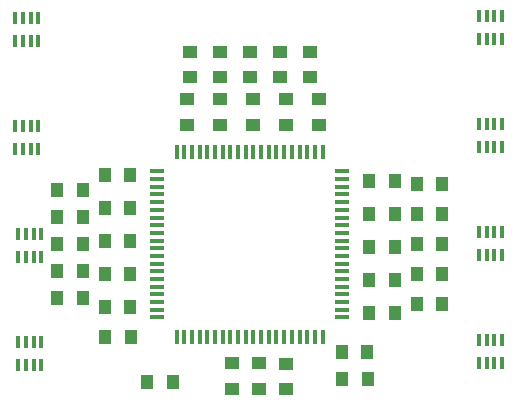
<source format=gtp>
G75*
%MOIN*%
%OFA0B0*%
%FSLAX25Y25*%
%IPPOS*%
%LPD*%
%AMOC8*
5,1,8,0,0,1.08239X$1,22.5*
%
%ADD10R,0.05000X0.04000*%
%ADD11R,0.04000X0.05000*%
%ADD12R,0.01378X0.05118*%
%ADD13R,0.05118X0.01378*%
%ADD14R,0.01800X0.04000*%
D10*
X0101500Y0017220D03*
X0101500Y0025819D03*
X0110500Y0025819D03*
X0119500Y0025780D03*
X0119500Y0017181D03*
X0110500Y0017220D03*
X0108500Y0105220D03*
X0108500Y0113819D03*
X0107500Y0121181D03*
X0097500Y0121181D03*
X0097500Y0113819D03*
X0097500Y0105220D03*
X0086500Y0105220D03*
X0086500Y0113819D03*
X0087500Y0121181D03*
X0087500Y0129780D03*
X0097500Y0129780D03*
X0107500Y0129780D03*
X0117500Y0129780D03*
X0127500Y0129780D03*
X0127500Y0121181D03*
X0130500Y0113819D03*
X0130500Y0105220D03*
X0119500Y0105220D03*
X0119500Y0113819D03*
X0117500Y0121181D03*
D11*
X0147220Y0086500D03*
X0155819Y0086500D03*
X0163181Y0085500D03*
X0171780Y0085500D03*
X0171780Y0075500D03*
X0163181Y0075500D03*
X0155819Y0075500D03*
X0147220Y0075500D03*
X0147220Y0064500D03*
X0155819Y0064500D03*
X0163181Y0065500D03*
X0171780Y0065500D03*
X0171780Y0055500D03*
X0163181Y0055500D03*
X0155819Y0053500D03*
X0147220Y0053500D03*
X0147220Y0042500D03*
X0155819Y0042500D03*
X0163181Y0045500D03*
X0171780Y0045500D03*
X0146780Y0029500D03*
X0138181Y0029500D03*
X0138220Y0020500D03*
X0146819Y0020500D03*
X0081819Y0019500D03*
X0073220Y0019500D03*
X0067819Y0034500D03*
X0059220Y0034500D03*
X0059181Y0044500D03*
X0051819Y0047500D03*
X0043220Y0047500D03*
X0043220Y0056500D03*
X0051819Y0056500D03*
X0059181Y0055500D03*
X0067780Y0055500D03*
X0067780Y0066500D03*
X0059181Y0066500D03*
X0051819Y0065500D03*
X0043220Y0065500D03*
X0043220Y0074500D03*
X0051819Y0074500D03*
X0059181Y0077500D03*
X0067780Y0077500D03*
X0067780Y0088500D03*
X0059181Y0088500D03*
X0051819Y0083500D03*
X0043220Y0083500D03*
X0067780Y0044500D03*
D12*
X0083189Y0034791D03*
X0085748Y0034791D03*
X0088307Y0034791D03*
X0090866Y0034791D03*
X0093425Y0034791D03*
X0095984Y0034791D03*
X0098543Y0034791D03*
X0101102Y0034791D03*
X0103661Y0034791D03*
X0106220Y0034791D03*
X0108780Y0034791D03*
X0111339Y0034791D03*
X0113898Y0034791D03*
X0116457Y0034791D03*
X0119016Y0034791D03*
X0121575Y0034791D03*
X0124134Y0034791D03*
X0126693Y0034791D03*
X0129252Y0034791D03*
X0131811Y0034791D03*
X0131811Y0096209D03*
X0129252Y0096209D03*
X0126693Y0096209D03*
X0124134Y0096209D03*
X0121575Y0096209D03*
X0119016Y0096209D03*
X0116457Y0096209D03*
X0113898Y0096209D03*
X0111339Y0096209D03*
X0108780Y0096209D03*
X0106220Y0096209D03*
X0103661Y0096209D03*
X0101102Y0096209D03*
X0098543Y0096209D03*
X0095984Y0096209D03*
X0093425Y0096209D03*
X0090866Y0096209D03*
X0088307Y0096209D03*
X0085748Y0096209D03*
X0083189Y0096209D03*
D13*
X0076791Y0089811D03*
X0076791Y0087252D03*
X0076791Y0084693D03*
X0076791Y0082134D03*
X0076791Y0079575D03*
X0076791Y0077016D03*
X0076791Y0074457D03*
X0076791Y0071898D03*
X0076791Y0069339D03*
X0076791Y0066780D03*
X0076791Y0064220D03*
X0076791Y0061661D03*
X0076791Y0059102D03*
X0076791Y0056543D03*
X0076791Y0053984D03*
X0076791Y0051425D03*
X0076791Y0048866D03*
X0076791Y0046307D03*
X0076791Y0043748D03*
X0076791Y0041189D03*
X0138209Y0041189D03*
X0138209Y0043748D03*
X0138209Y0046307D03*
X0138209Y0048866D03*
X0138209Y0051425D03*
X0138209Y0053984D03*
X0138209Y0056543D03*
X0138209Y0059102D03*
X0138209Y0061661D03*
X0138209Y0064220D03*
X0138209Y0066780D03*
X0138209Y0069339D03*
X0138209Y0071898D03*
X0138209Y0074457D03*
X0138209Y0077016D03*
X0138209Y0079575D03*
X0138209Y0082134D03*
X0138209Y0084693D03*
X0138209Y0087252D03*
X0138209Y0089811D03*
D14*
X0030300Y0025300D03*
X0032900Y0025300D03*
X0035500Y0025300D03*
X0038100Y0025300D03*
X0038100Y0033100D03*
X0035500Y0033100D03*
X0032900Y0033100D03*
X0030300Y0033100D03*
X0030300Y0061300D03*
X0032900Y0061300D03*
X0035500Y0061300D03*
X0038100Y0061300D03*
X0038100Y0069100D03*
X0035500Y0069100D03*
X0032900Y0069100D03*
X0030300Y0069100D03*
X0029300Y0097300D03*
X0031900Y0097300D03*
X0034500Y0097300D03*
X0037100Y0097300D03*
X0037100Y0105100D03*
X0034500Y0105100D03*
X0031900Y0105100D03*
X0029300Y0105100D03*
X0029300Y0133300D03*
X0031900Y0133300D03*
X0034500Y0133300D03*
X0037100Y0133300D03*
X0037100Y0141100D03*
X0034500Y0141100D03*
X0031900Y0141100D03*
X0029300Y0141100D03*
X0183900Y0141700D03*
X0186500Y0141700D03*
X0189100Y0141700D03*
X0191700Y0141700D03*
X0191700Y0133900D03*
X0189100Y0133900D03*
X0186500Y0133900D03*
X0183900Y0133900D03*
X0183900Y0105700D03*
X0186500Y0105700D03*
X0189100Y0105700D03*
X0191700Y0105700D03*
X0191700Y0097900D03*
X0189100Y0097900D03*
X0186500Y0097900D03*
X0183900Y0097900D03*
X0183900Y0069700D03*
X0186500Y0069700D03*
X0189100Y0069700D03*
X0191700Y0069700D03*
X0191700Y0061900D03*
X0189100Y0061900D03*
X0186500Y0061900D03*
X0183900Y0061900D03*
X0183900Y0033700D03*
X0186500Y0033700D03*
X0189100Y0033700D03*
X0191700Y0033700D03*
X0191700Y0025900D03*
X0189100Y0025900D03*
X0186500Y0025900D03*
X0183900Y0025900D03*
M02*

</source>
